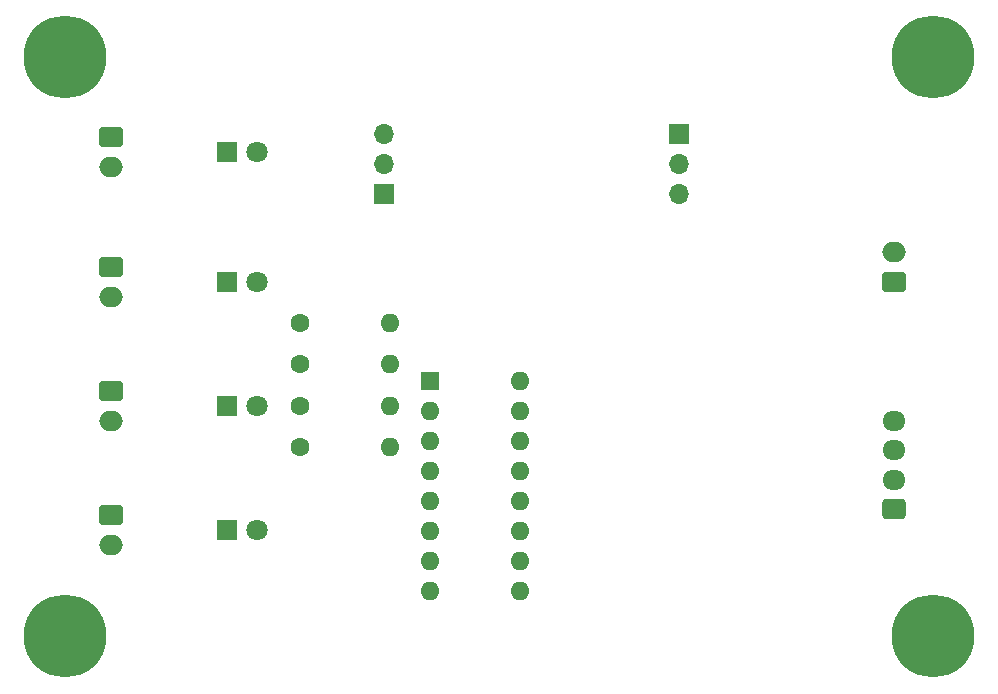
<source format=gts>
%TF.GenerationSoftware,KiCad,Pcbnew,8.0.5*%
%TF.CreationDate,2024-10-03T12:10:16+09:00*%
%TF.ProjectId,air_test1,6169725f-7465-4737-9431-2e6b69636164,rev?*%
%TF.SameCoordinates,Original*%
%TF.FileFunction,Soldermask,Top*%
%TF.FilePolarity,Negative*%
%FSLAX46Y46*%
G04 Gerber Fmt 4.6, Leading zero omitted, Abs format (unit mm)*
G04 Created by KiCad (PCBNEW 8.0.5) date 2024-10-03 12:10:16*
%MOMM*%
%LPD*%
G01*
G04 APERTURE LIST*
G04 Aperture macros list*
%AMRoundRect*
0 Rectangle with rounded corners*
0 $1 Rounding radius*
0 $2 $3 $4 $5 $6 $7 $8 $9 X,Y pos of 4 corners*
0 Add a 4 corners polygon primitive as box body*
4,1,4,$2,$3,$4,$5,$6,$7,$8,$9,$2,$3,0*
0 Add four circle primitives for the rounded corners*
1,1,$1+$1,$2,$3*
1,1,$1+$1,$4,$5*
1,1,$1+$1,$6,$7*
1,1,$1+$1,$8,$9*
0 Add four rect primitives between the rounded corners*
20,1,$1+$1,$2,$3,$4,$5,0*
20,1,$1+$1,$4,$5,$6,$7,0*
20,1,$1+$1,$6,$7,$8,$9,0*
20,1,$1+$1,$8,$9,$2,$3,0*%
G04 Aperture macros list end*
%ADD10R,1.600000X1.600000*%
%ADD11O,1.600000X1.600000*%
%ADD12RoundRect,0.250000X-0.750000X0.600000X-0.750000X-0.600000X0.750000X-0.600000X0.750000X0.600000X0*%
%ADD13O,2.000000X1.700000*%
%ADD14R,1.700000X1.700000*%
%ADD15O,1.700000X1.700000*%
%ADD16RoundRect,0.250000X0.750000X-0.600000X0.750000X0.600000X-0.750000X0.600000X-0.750000X-0.600000X0*%
%ADD17RoundRect,0.250000X0.725000X-0.600000X0.725000X0.600000X-0.725000X0.600000X-0.725000X-0.600000X0*%
%ADD18O,1.950000X1.700000*%
%ADD19C,1.600000*%
%ADD20R,1.800000X1.800000*%
%ADD21C,1.800000*%
%ADD22C,3.900000*%
%ADD23C,7.000000*%
G04 APERTURE END LIST*
D10*
%TO.C,TD62064BP1G1*%
X113880000Y-98880000D03*
D11*
X113880000Y-101420000D03*
X113880000Y-103960000D03*
X113880000Y-106500000D03*
X113880000Y-109040000D03*
X113880000Y-111580000D03*
X113880000Y-114120000D03*
X113880000Y-116660000D03*
X121500000Y-116660000D03*
X121500000Y-114120000D03*
X121500000Y-111580000D03*
X121500000Y-109040000D03*
X121500000Y-106500000D03*
X121500000Y-103960000D03*
X121500000Y-101420000D03*
X121500000Y-98880000D03*
%TD*%
D12*
%TO.C,J3*%
X86850000Y-99750000D03*
D13*
X86850000Y-102250000D03*
%TD*%
D14*
%TO.C,J7*%
X135000000Y-77975000D03*
D15*
X135000000Y-80515000D03*
X135000000Y-83055000D03*
%TD*%
D16*
%TO.C,J5*%
X153150000Y-90500000D03*
D13*
X153150000Y-88000000D03*
%TD*%
D17*
%TO.C,J6*%
X153150000Y-109750000D03*
D18*
X153150000Y-107250000D03*
X153150000Y-104750000D03*
X153150000Y-102250000D03*
%TD*%
D19*
%TO.C,R2*%
X102880000Y-101000000D03*
D11*
X110500000Y-101000000D03*
%TD*%
D20*
%TO.C,D2*%
X96725000Y-90500000D03*
D21*
X99265000Y-90500000D03*
%TD*%
D19*
%TO.C,R1*%
X102880000Y-104500000D03*
D11*
X110500000Y-104500000D03*
%TD*%
D20*
%TO.C,D3*%
X96725000Y-101000000D03*
D21*
X99265000Y-101000000D03*
%TD*%
D22*
%TO.C,REF\u002A\u002A*%
X156500000Y-120500000D03*
D23*
X156500000Y-120500000D03*
%TD*%
D20*
%TO.C,D1*%
X96725000Y-79500000D03*
D21*
X99265000Y-79500000D03*
%TD*%
D19*
%TO.C,R4*%
X102880000Y-94000000D03*
D11*
X110500000Y-94000000D03*
%TD*%
D19*
%TO.C,R3*%
X102880000Y-97500000D03*
D11*
X110500000Y-97500000D03*
%TD*%
D12*
%TO.C,J4*%
X86850000Y-110250000D03*
D13*
X86850000Y-112750000D03*
%TD*%
D22*
%TO.C,REF\u002A\u002A*%
X83000000Y-120500000D03*
D23*
X83000000Y-120500000D03*
%TD*%
D12*
%TO.C,J2*%
X86850000Y-89250000D03*
D13*
X86850000Y-91750000D03*
%TD*%
D22*
%TO.C,REF\u002A\u002A*%
X156500000Y-71500000D03*
D23*
X156500000Y-71500000D03*
%TD*%
D14*
%TO.C,J8*%
X110000000Y-83025000D03*
D15*
X110000000Y-80485000D03*
X110000000Y-77945000D03*
%TD*%
D12*
%TO.C,J1*%
X86850000Y-78250000D03*
D13*
X86850000Y-80750000D03*
%TD*%
D22*
%TO.C,REF\u002A\u002A*%
X83000000Y-71500000D03*
D23*
X83000000Y-71500000D03*
%TD*%
D20*
%TO.C,D4*%
X96725000Y-111500000D03*
D21*
X99265000Y-111500000D03*
%TD*%
M02*

</source>
